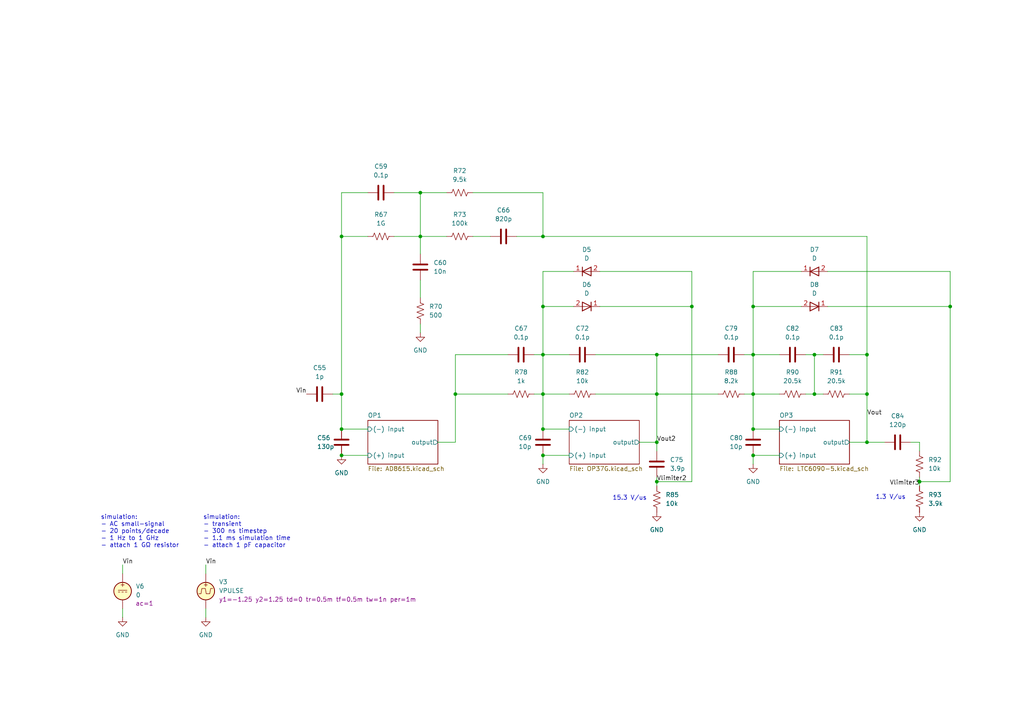
<source format=kicad_sch>
(kicad_sch (version 20250114) (generator "eeschema") (generator_version "9.0")
  (paper "A4")
  (lib_symbols
    (symbol "Device:C" (pin_numbers (hide yes)) (pin_names (offset 0.254))
      (property "Reference" "C" (at 0.635 2.54 0))
      (property "Value" "C" (at 0.635 -2.54 0))
      (symbol "C_0_1"
        (polyline (pts (xy -2.032 0.762) (xy 2.032 0.762)) (stroke (width 0.508)))
        (polyline (pts (xy -2.032 -0.762) (xy 2.032 -0.762)) (stroke (width 0.508)))
      )
      (symbol "C_1_1"
        (pin passive line (at 0 3.81 270) (length 2.794) (name "~") (number "1"))
        (pin passive line (at 0 -3.81 90) (length 2.794) (name "~") (number "2"))
      )
    )
    (symbol "Device:R_US" (pin_numbers (hide yes)) (pin_names (offset 0))
      (property "Reference" "R" (at 2.54 0 90))
      (property "Value" "R_US" (at -2.54 0 90))
      (symbol "R_US_0_1"
        (polyline (pts (xy 0 2.286) (xy 0 2.54)))
        (polyline (pts (xy 0 2.286) (xy 1.016 1.905) (xy 0 1.524) (xy -1.016 1.143) (xy 0 0.762)))
        (polyline (pts (xy 0 0.762) (xy 1.016 0.381) (xy 0 0) (xy -1.016 -0.381) (xy 0 -0.762)))
        (polyline (pts (xy 0 -0.762) (xy 1.016 -1.143) (xy 0 -1.524) (xy -1.016 -1.905) (xy 0 -2.286)))
        (polyline (pts (xy 0 -2.286) (xy 0 -2.54)))
      )
      (symbol "R_US_1_1"
        (pin passive line (at 0 3.81 270) (length 1.27) (name "~") (number "1"))
        (pin passive line (at 0 -3.81 90) (length 1.27) (name "~") (number "2"))
      )
    )
    (symbol "Simulation_SPICE:D" (pin_names (offset 1.016) (hide yes))
      (property "Reference" "D" (at 0 2.54 0))
      (property "Value" "D" (at 0 -2.54 0))
      (symbol "D_0_1"
        (polyline (pts (xy -1.27 1.27) (xy -1.27 -1.27)) (stroke (width 0.254)))
        (polyline (pts (xy 1.27 1.27) (xy 1.27 -1.27) (xy -1.27 0) (xy 1.27 1.27)) (stroke (width 0.254)))
        (polyline (pts (xy 1.27 0) (xy -1.27 0)))
      )
      (symbol "D_1_1"
        (pin passive line (at -3.81 0 0) (length 2.54) (name "K") (number "1"))
        (pin passive line (at 3.81 0 180) (length 2.54) (name "A") (number "2"))
      )
    )
    (symbol "Simulation_SPICE:VDC" (pin_numbers (hide yes)) (pin_names (offset 0.0254))
      (property "Reference" "V" (at 2.54 2.54 0))
      (property "Value" "1" (at 2.54 0 0))
      (symbol "VDC_0_0"
        (polyline (pts (xy -1.27 0.254) (xy 1.27 0.254)))
        (polyline (pts (xy -0.762 -0.254) (xy -1.27 -0.254)))
        (polyline (pts (xy 0.254 -0.254) (xy -0.254 -0.254)))
        (polyline (pts (xy 1.27 -0.254) (xy 0.762 -0.254)))
        (text "+" (at 0 1.905 0) (effects (font (size 1.27 1.27))))
      )
      (symbol "VDC_0_1"
        (circle (center 0 0) (radius 2.54) (stroke (width 0.254)) (fill (type background)))
      )
      (symbol "VDC_1_1"
        (pin passive line (at 0 5.08 270) (length 2.54) (name "~") (number "1"))
        (pin passive line (at 0 -5.08 90) (length 2.54) (name "~") (number "2"))
      )
    )
    (symbol "Simulation_SPICE:VPULSE" (pin_numbers (hide yes)) (pin_names (offset 0.0254))
      (property "Reference" "V" (at 2.54 2.54 0))
      (property "Value" "VPULSE" (at 2.54 0 0))
      (property "Sim.Params" "y1=0 y2=1 td=2n tr=2n tf=2n tw=50n per=100n" (at 2.54 -2.54 0))
      (symbol "VPULSE_0_0"
        (polyline (pts (xy -2.032 -0.762) (xy -1.397 -0.762) (xy -1.143 0.762) (xy -0.127 0.762) (xy 0.127 -0.762) (xy 1.143 -0.762) (xy 1.397 0.762) (xy 2.032 0.762)))
        (text "+" (at 0 1.905 0) (effects (font (size 1.27 1.27))))
      )
      (symbol "VPULSE_0_1"
        (circle (center 0 0) (radius 2.54) (stroke (width 0.254)) (fill (type background)))
      )
      (symbol "VPULSE_1_1"
        (pin passive line (at 0 5.08 270) (length 2.54) (name "~") (number "1"))
        (pin passive line (at 0 -5.08 90) (length 2.54) (name "~") (number "2"))
      )
    )
    (symbol "power:GND" (power) (pin_numbers (hide yes)) (pin_names (offset 0) (hide yes))
      (property "Value" "GND" (at 0 -3.81 0))
      (symbol "GND_0_1"
        (polyline (pts (xy 0 0) (xy 0 -1.27) (xy 1.27 -1.27) (xy 0 -2.54) (xy -1.27 -1.27) (xy 0 -1.27)))
      )
      (symbol "GND_1_1"
        (pin power_in line (at 0 0 270) (length 0) (name "~") (number "1"))
      )
    )
  )
  (text "15.3 V/us" (at 182.626 144.526 0) (effects (font (size 1.27 1.27))))
  (text "1.3 V/us" (at 258.318 144.272 0) (effects (font (size 1.27 1.27))))
  (text "simulation:\n- AC small-signal\n- 20 points/decade\n- 1 Hz to 1 GHz\n- attach 1 GΩ resistor" (at 29.21 154.178 0) (effects (font (size 1.27 1.27)) (justify left)))
  (text "simulation:\n- transient\n- 300 ns timestep\n- 1.1 ms simulation time\n- attach 1 pF capacitor" (at 58.928 154.178 0) (effects (font (size 1.27 1.27)) (justify left)))
  (junction (at 99.06 124.46))
  (junction (at 132.08 114.3))
  (junction (at 190.5 114.3))
  (junction (at 99.06 68.58))
  (junction (at 251.46 114.3))
  (junction (at 121.92 55.88))
  (junction (at 190.5 128.27))
  (junction (at 121.92 68.58))
  (junction (at 157.48 68.58))
  (junction (at 99.06 114.3))
  (junction (at 236.22 114.3))
  (junction (at 157.48 88.9))
  (junction (at 157.48 132.08))
  (junction (at 266.7 139.7))
  (junction (at 200.66 88.9))
  (junction (at 190.5 102.87))
  (junction (at 99.06 132.08))
  (junction (at 218.44 102.87))
  (junction (at 157.48 114.3))
  (junction (at 218.44 132.08))
  (junction (at 251.46 102.87))
  (junction (at 218.44 124.46))
  (junction (at 218.44 114.3))
  (junction (at 190.5 139.7))
  (junction (at 218.44 88.9))
  (junction (at 157.48 102.87))
  (junction (at 236.22 102.87))
  (junction (at 275.59 88.9))
  (junction (at 251.46 128.27))
  (junction (at 157.48 124.46))
  (wire (pts (xy 121.92 93.98) (xy 121.92 96.52)))
  (wire (pts (xy 35.56 163.83) (xy 35.56 166.37)))
  (wire (pts (xy 99.06 114.3) (xy 99.06 124.46)))
  (wire (pts (xy 246.38 102.87) (xy 251.46 102.87)))
  (wire (pts (xy 190.5 114.3) (xy 208.28 114.3)))
  (wire (pts (xy 121.92 55.88) (xy 129.54 55.88)))
  (wire (pts (xy 275.59 78.74) (xy 240.03 78.74)))
  (wire (pts (xy 218.44 124.46) (xy 226.06 124.46)))
  (wire (pts (xy 157.48 132.08) (xy 157.48 134.62)))
  (wire (pts (xy 218.44 88.9) (xy 218.44 102.87)))
  (wire (pts (xy 236.22 102.87) (xy 236.22 114.3)))
  (wire (pts (xy 218.44 102.87) (xy 226.06 102.87)))
  (wire (pts (xy 99.06 68.58) (xy 106.68 68.58)))
  (wire (pts (xy 114.3 68.58) (xy 121.92 68.58)))
  (wire (pts (xy 121.92 81.28) (xy 121.92 86.36)))
  (wire (pts (xy 218.44 132.08) (xy 226.06 132.08)))
  (wire (pts (xy 157.48 124.46) (xy 165.1 124.46)))
  (wire (pts (xy 218.44 88.9) (xy 232.41 88.9)))
  (wire (pts (xy 190.5 130.81) (xy 190.5 128.27)))
  (wire (pts (xy 121.92 68.58) (xy 129.54 68.58)))
  (wire (pts (xy 157.48 102.87) (xy 157.48 88.9)))
  (wire (pts (xy 190.5 139.7) (xy 200.66 139.7)))
  (wire (pts (xy 59.69 176.53) (xy 59.69 179.07)))
  (wire (pts (xy 157.48 78.74) (xy 166.37 78.74)))
  (wire (pts (xy 173.99 88.9) (xy 200.66 88.9)))
  (wire (pts (xy 132.08 102.87) (xy 132.08 114.3)))
  (wire (pts (xy 246.38 128.27) (xy 251.46 128.27)))
  (wire (pts (xy 154.94 102.87) (xy 157.48 102.87)))
  (wire (pts (xy 106.68 55.88) (xy 99.06 55.88)))
  (wire (pts (xy 266.7 139.7) (xy 275.59 139.7)))
  (wire (pts (xy 157.48 102.87) (xy 157.48 114.3)))
  (wire (pts (xy 266.7 138.43) (xy 266.7 139.7)))
  (wire (pts (xy 218.44 78.74) (xy 218.44 88.9)))
  (wire (pts (xy 200.66 88.9) (xy 200.66 78.74)))
  (wire (pts (xy 99.06 55.88) (xy 99.06 68.58)))
  (wire (pts (xy 264.16 128.27) (xy 266.7 128.27)))
  (wire (pts (xy 114.3 55.88) (xy 121.92 55.88)))
  (wire (pts (xy 157.48 55.88) (xy 157.48 68.58)))
  (wire (pts (xy 127 128.27) (xy 132.08 128.27)))
  (wire (pts (xy 157.48 132.08) (xy 165.1 132.08)))
  (wire (pts (xy 246.38 114.3) (xy 251.46 114.3)))
  (wire (pts (xy 218.44 102.87) (xy 218.44 114.3)))
  (wire (pts (xy 173.99 78.74) (xy 200.66 78.74)))
  (wire (pts (xy 99.06 132.08) (xy 106.68 132.08)))
  (wire (pts (xy 218.44 114.3) (xy 226.06 114.3)))
  (wire (pts (xy 154.94 114.3) (xy 157.48 114.3)))
  (wire (pts (xy 149.86 68.58) (xy 157.48 68.58)))
  (wire (pts (xy 236.22 114.3) (xy 238.76 114.3)))
  (wire (pts (xy 275.59 88.9) (xy 275.59 78.74)))
  (wire (pts (xy 157.48 102.87) (xy 165.1 102.87)))
  (wire (pts (xy 190.5 114.3) (xy 190.5 128.27)))
  (wire (pts (xy 251.46 68.58) (xy 251.46 102.87)))
  (wire (pts (xy 218.44 132.08) (xy 218.44 134.62)))
  (wire (pts (xy 190.5 138.43) (xy 190.5 139.7)))
  (wire (pts (xy 251.46 128.27) (xy 256.54 128.27)))
  (wire (pts (xy 236.22 102.87) (xy 238.76 102.87)))
  (wire (pts (xy 251.46 102.87) (xy 251.46 114.3)))
  (wire (pts (xy 190.5 102.87) (xy 190.5 114.3)))
  (wire (pts (xy 132.08 114.3) (xy 132.08 128.27)))
  (wire (pts (xy 121.92 55.88) (xy 121.92 68.58)))
  (wire (pts (xy 275.59 88.9) (xy 275.59 139.7)))
  (wire (pts (xy 157.48 114.3) (xy 165.1 114.3)))
  (wire (pts (xy 233.68 102.87) (xy 236.22 102.87)))
  (wire (pts (xy 99.06 114.3) (xy 99.06 68.58)))
  (wire (pts (xy 157.48 124.46) (xy 157.48 114.3)))
  (wire (pts (xy 240.03 88.9) (xy 275.59 88.9)))
  (wire (pts (xy 99.06 124.46) (xy 106.68 124.46)))
  (wire (pts (xy 185.42 128.27) (xy 190.5 128.27)))
  (wire (pts (xy 137.16 55.88) (xy 157.48 55.88)))
  (wire (pts (xy 215.9 102.87) (xy 218.44 102.87)))
  (wire (pts (xy 215.9 114.3) (xy 218.44 114.3)))
  (wire (pts (xy 233.68 114.3) (xy 236.22 114.3)))
  (wire (pts (xy 172.72 114.3) (xy 190.5 114.3)))
  (wire (pts (xy 190.5 102.87) (xy 208.28 102.87)))
  (wire (pts (xy 147.32 114.3) (xy 132.08 114.3)))
  (wire (pts (xy 266.7 130.81) (xy 266.7 128.27)))
  (wire (pts (xy 157.48 88.9) (xy 166.37 88.9)))
  (wire (pts (xy 137.16 68.58) (xy 142.24 68.58)))
  (wire (pts (xy 172.72 102.87) (xy 190.5 102.87)))
  (wire (pts (xy 59.69 163.83) (xy 59.69 166.37)))
  (wire (pts (xy 190.5 139.7) (xy 190.5 140.97)))
  (wire (pts (xy 35.56 176.53) (xy 35.56 179.07)))
  (wire (pts (xy 96.52 114.3) (xy 99.06 114.3)))
  (wire (pts (xy 251.46 114.3) (xy 251.46 128.27)))
  (wire (pts (xy 200.66 88.9) (xy 200.66 139.7)))
  (wire (pts (xy 232.41 78.74) (xy 218.44 78.74)))
  (wire (pts (xy 147.32 102.87) (xy 132.08 102.87)))
  (wire (pts (xy 157.48 68.58) (xy 251.46 68.58)))
  (wire (pts (xy 121.92 68.58) (xy 121.92 73.66)))
  (wire (pts (xy 218.44 124.46) (xy 218.44 114.3)))
  (wire (pts (xy 157.48 88.9) (xy 157.48 78.74)))
  (wire (pts (xy 266.7 139.7) (xy 266.7 140.97)))
  (label "Vin" (at 59.69 163.83 0))
  (label "Vout2" (at 190.5 128.27 0))
  (label "Vin" (at 88.9 114.3 180))
  (label "Vlimiter2" (at 190.5 139.7 0))
  (label "Vout" (at 251.46 120.65 0))
  (label "Vin" (at 35.56 163.83 0))
  (label "Vlimiter3" (at 266.7 140.97 180))
  (symbol (lib_id "Device:C") (at 99.06 128.27 0) (unit 1)
    (property "Reference" "C56" (at 91.948 127 0) (effects (justify left)))
    (property "Value" "130p" (at 91.948 129.54 0) (effects (justify left)))
    (property "Description" "Unpolarized capacitor" (effects (hide yes)))
  )
  (symbol (lib_id "Simulation_SPICE:D") (at 170.18 78.74 0) (unit 1)
    (property "Reference" "D5" (at 170.18 72.39 0))
    (property "Value" "D" (at 170.18 74.93 0))
    (property "Datasheet" "https://ngspice.sourceforge.io/docs/ngspice-html-manual/manual.xhtml#cha_DIODEs" (effects (hide yes)))
    (property "Description" "Diode for simulation or PCB" (effects (hide yes)))
    (property "Sim.Device" "D" (effects (hide yes)))
    (property "Sim.Pins" "1=K 2=A" (effects (hide yes)))
    (property "Sim.Params" "rs=50m cjo=10p" (effects (hide yes)))
  )
  (symbol (lib_id "power:GND") (at 35.56 179.07 0) (unit 1) (exclude_from_sim yes)
    (property "Reference" "#PWR054" (effects (hide yes)))
    (property "Value" "GND" (at 35.56 184.15 0))
    (property "Description" "Power symbol creates a global label with name \"GND\" , ground" (effects (hide yes)))
  )
  (symbol (lib_id "power:GND") (at 121.92 96.52 0) (unit 1)
    (property "Reference" "#PWR021" (effects (hide yes)))
    (property "Value" "GND" (at 121.92 101.6 0))
    (property "Description" "Power symbol creates a global label with name \"GND\" , ground" (effects (hide yes)))
  )
  (symbol (lib_id "Simulation_SPICE:D") (at 236.22 78.74 0) (unit 1)
    (property "Reference" "D7" (at 236.22 72.39 0))
    (property "Value" "D" (at 236.22 74.93 0))
    (property "Datasheet" "https://ngspice.sourceforge.io/docs/ngspice-html-manual/manual.xhtml#cha_DIODEs" (effects (hide yes)))
    (property "Description" "Diode for simulation or PCB" (effects (hide yes)))
    (property "Sim.Device" "D" (effects (hide yes)))
    (property "Sim.Pins" "1=K 2=A" (effects (hide yes)))
    (property "Sim.Params" "rs=50m cjo=10p" (effects (hide yes)))
  )
  (symbol (lib_id "Device:C") (at 218.44 128.27 0) (unit 1)
    (property "Reference" "C80" (at 211.582 127 0) (effects (justify left)))
    (property "Value" "10p" (at 211.582 129.54 0) (effects (justify left)))
    (property "Description" "Unpolarized capacitor" (effects (hide yes)))
  )
  (symbol (lib_id "Device:C") (at 110.49 55.88 90) (unit 1)
    (property "Reference" "C59" (at 110.49 48.26 90))
    (property "Value" "0.1p" (at 110.49 50.8 90))
    (property "Description" "Unpolarized capacitor" (effects (hide yes)))
  )
  (symbol (lib_id "Simulation_SPICE:VPULSE") (at 59.69 171.45 0) (unit 1)
    (property "Reference" "V3" (at 63.5 168.7801 0) (effects (justify left)))
    (property "Value" "VPULSE" (at 63.5 171.3201 0) (effects (justify left)))
    (property "Datasheet" "https://ngspice.sourceforge.io/docs/ngspice-html-manual/manual.xhtml#sec_Independent_Sources_for" (effects (hide yes)))
    (property "Description" "Voltage source, pulse" (effects (hide yes)))
    (property "Sim.Pins" "1=+ 2=-" (effects (hide yes)))
    (property "Sim.Type" "PULSE" (effects (hide yes)))
    (property "Sim.Device" "V" (effects (hide yes)))
    (property "Sim.Params" "y1=-1.25 y2=1.25 td=0 tr=0.5m tf=0.5m tw=1n per=1m" (at 63.5 173.8601 0) (effects (justify left)))
  )
  (symbol (lib_id "Device:R_US") (at 121.92 90.17 0) (unit 1)
    (property "Reference" "R70" (at 124.46 88.8999 0) (effects (justify left)))
    (property "Value" "500" (at 124.46 91.44 0) (effects (justify left)))
    (property "Description" "Resistor, US symbol" (effects (hide yes)))
  )
  (symbol (lib_id "Device:R_US") (at 212.09 114.3 90) (unit 1)
    (property "Reference" "R88" (at 212.09 107.95 90))
    (property "Value" "8.2k" (at 212.09 110.49 90))
    (property "Description" "Resistor, US symbol" (effects (hide yes)))
  )
  (symbol (lib_id "Device:C") (at 260.35 128.27 270) (unit 1)
    (property "Reference" "C84" (at 260.35 120.65 90))
    (property "Value" "120p" (at 260.35 123.19 90))
    (property "Description" "Unpolarized capacitor" (effects (hide yes)))
  )
  (symbol (lib_id "Device:C") (at 92.71 114.3 90) (unit 1)
    (property "Reference" "C55" (at 92.71 106.68 90))
    (property "Value" "1p" (at 92.71 109.22 90))
    (property "Description" "Unpolarized capacitor" (effects (hide yes)))
  )
  (symbol (lib_id "Device:C") (at 146.05 68.58 90) (unit 1) (exclude_from_sim yes)
    (property "Reference" "C66" (at 146.05 60.96 90))
    (property "Value" "820p" (at 146.05 63.5 90))
    (property "Description" "Unpolarized capacitor" (effects (hide yes)))
  )
  (symbol (lib_id "Device:C") (at 212.09 102.87 90) (unit 1)
    (property "Reference" "C79" (at 212.09 95.25 90))
    (property "Value" "0.1p" (at 212.09 97.79 90))
    (property "Description" "Unpolarized capacitor" (effects (hide yes)))
  )
  (symbol (lib_id "Device:R_US") (at 190.5 144.78 0) (unit 1)
    (property "Reference" "R85" (at 193.04 143.5099 0) (effects (justify left)))
    (property "Value" "10k" (at 193.04 146.0499 0) (effects (justify left)))
    (property "Description" "Resistor, US symbol" (effects (hide yes)))
  )
  (symbol (lib_id "power:GND") (at 218.44 134.62 0) (mirror y) (unit 1)
    (property "Reference" "#PWR052" (effects (hide yes)))
    (property "Value" "GND" (at 218.44 139.7 0))
    (property "Description" "Power symbol creates a global label with name \"GND\" , ground" (effects (hide yes)))
  )
  (symbol (lib_id "Device:C") (at 121.92 77.47 0) (unit 1)
    (property "Reference" "C60" (at 125.73 76.1999 0) (effects (justify left)))
    (property "Value" "10n" (at 125.73 78.7399 0) (effects (justify left)))
    (property "Description" "Unpolarized capacitor" (effects (hide yes)))
  )
  (symbol (lib_id "Device:C") (at 229.87 102.87 90) (unit 1)
    (property "Reference" "C82" (at 229.87 95.25 90))
    (property "Value" "0.1p" (at 229.87 97.79 90))
    (property "Description" "Unpolarized capacitor" (effects (hide yes)))
  )
  (symbol (lib_id "Device:C") (at 168.91 102.87 90) (unit 1)
    (property "Reference" "C72" (at 168.91 95.25 90))
    (property "Value" "0.1p" (at 168.91 97.79 90))
    (property "Description" "Unpolarized capacitor" (effects (hide yes)))
  )
  (symbol (lib_id "Device:R_US") (at 151.13 114.3 90) (unit 1)
    (property "Reference" "R78" (at 151.13 107.95 90))
    (property "Value" "1k" (at 151.13 110.49 90))
    (property "Description" "Resistor, US symbol" (effects (hide yes)))
  )
  (symbol (lib_id "Simulation_SPICE:VDC") (at 35.56 171.45 0) (unit 1) (exclude_from_sim yes)
    (property "Reference" "V6" (at 39.37 170.0501 0) (effects (justify left)))
    (property "Value" "0" (at 39.37 172.5901 0) (effects (justify left)))
    (property "Datasheet" "https://ngspice.sourceforge.io/docs/ngspice-html-manual/manual.xhtml#sec_Independent_Sources_for" (effects (hide yes)))
    (property "Description" "Voltage source, DC" (effects (hide yes)))
    (property "Sim.Pins" "1=+ 2=-" (effects (hide yes)))
    (property "Sim.Type" "DC" (effects (hide yes)))
    (property "Sim.Device" "V" (effects (hide yes)))
    (property "Sim.Params" "ac=1" (at 41.91 175.006 0))
  )
  (symbol (lib_id "Device:C") (at 157.48 128.27 0) (unit 1)
    (property "Reference" "C69" (at 150.368 127 0) (effects (justify left)))
    (property "Value" "10p" (at 150.368 129.54 0) (effects (justify left)))
    (property "Description" "Unpolarized capacitor" (effects (hide yes)))
  )
  (symbol (lib_id "Device:R_US") (at 110.49 68.58 90) (unit 1)
    (property "Reference" "R67" (at 110.49 62.23 90))
    (property "Value" "1G" (at 110.49 64.77 90))
    (property "Description" "Resistor, US symbol" (effects (hide yes)))
  )
  (symbol (lib_id "power:GND") (at 266.7 148.59 0) (unit 1)
    (property "Reference" "#PWR053" (effects (hide yes)))
    (property "Value" "GND" (at 266.7 153.67 0))
    (property "Description" "Power symbol creates a global label with name \"GND\" , ground" (effects (hide yes)))
  )
  (symbol (lib_id "Simulation_SPICE:D") (at 170.18 88.9 180) (unit 1)
    (property "Reference" "D6" (at 170.18 82.55 0))
    (property "Value" "D" (at 170.18 85.09 0))
    (property "Datasheet" "https://ngspice.sourceforge.io/docs/ngspice-html-manual/manual.xhtml#cha_DIODEs" (effects (hide yes)))
    (property "Description" "Diode for simulation or PCB" (effects (hide yes)))
    (property "Sim.Device" "D" (effects (hide yes)))
    (property "Sim.Pins" "1=K 2=A" (effects (hide yes)))
    (property "Sim.Params" "rs=50m cjo=10p" (effects (hide yes)))
  )
  (symbol (lib_id "Device:C") (at 151.13 102.87 90) (unit 1)
    (property "Reference" "C67" (at 151.13 95.25 90))
    (property "Value" "0.1p" (at 151.13 97.79 90))
    (property "Description" "Unpolarized capacitor" (effects (hide yes)))
  )
  (symbol (lib_id "Device:R_US") (at 133.35 55.88 90) (unit 1)
    (property "Reference" "R72" (at 133.35 49.53 90))
    (property "Value" "9.5k" (at 133.35 52.07 90))
    (property "Description" "Resistor, US symbol" (effects (hide yes)))
  )
  (symbol (lib_id "Device:R_US") (at 266.7 134.62 0) (unit 1)
    (property "Reference" "R92" (at 269.24 133.3499 0) (effects (justify left)))
    (property "Value" "10k" (at 269.24 135.8899 0) (effects (justify left)))
    (property "Description" "Resistor, US symbol" (effects (hide yes)))
  )
  (symbol (lib_id "Device:C") (at 190.5 134.62 0) (unit 1)
    (property "Reference" "C75" (at 194.31 133.3499 0) (effects (justify left)))
    (property "Value" "3.9p" (at 194.31 135.8899 0) (effects (justify left)))
    (property "Description" "Unpolarized capacitor" (effects (hide yes)))
  )
  (symbol (lib_id "power:GND") (at 157.48 134.62 0) (mirror y) (unit 1)
    (property "Reference" "#PWR023" (effects (hide yes)))
    (property "Value" "GND" (at 157.48 139.7 0))
    (property "Description" "Power symbol creates a global label with name \"GND\" , ground" (effects (hide yes)))
  )
  (symbol (lib_id "Device:R_US") (at 168.91 114.3 90) (unit 1)
    (property "Reference" "R82" (at 168.91 107.95 90))
    (property "Value" "10k" (at 168.91 110.49 90))
    (property "Description" "Resistor, US symbol" (effects (hide yes)))
  )
  (symbol (lib_id "Device:C") (at 242.57 102.87 90) (unit 1)
    (property "Reference" "C83" (at 242.57 95.25 90))
    (property "Value" "0.1p" (at 242.57 97.79 90))
    (property "Description" "Unpolarized capacitor" (effects (hide yes)))
  )
  (symbol (lib_id "Device:R_US") (at 229.87 114.3 90) (unit 1)
    (property "Reference" "R90" (at 229.87 107.95 90))
    (property "Value" "20.5k" (at 229.87 110.49 90))
    (property "Description" "Resistor, US symbol" (effects (hide yes)))
  )
  (symbol (lib_id "power:GND") (at 59.69 179.07 0) (unit 1)
    (property "Reference" "#PWR055" (effects (hide yes)))
    (property "Value" "GND" (at 59.69 184.15 0))
    (property "Description" "Power symbol creates a global label with name \"GND\" , ground" (effects (hide yes)))
  )
  (symbol (lib_id "Device:R_US") (at 133.35 68.58 90) (unit 1) (exclude_from_sim yes)
    (property "Reference" "R73" (at 133.35 62.23 90))
    (property "Value" "100k" (at 133.35 64.77 90))
    (property "Description" "Resistor, US symbol" (effects (hide yes)))
  )
  (symbol (lib_id "power:GND") (at 99.06 132.08 0) (unit 1)
    (property "Reference" "#PWR09" (effects (hide yes)))
    (property "Value" "GND" (at 99.06 137.16 0))
    (property "Description" "Power symbol creates a global label with name \"GND\" , ground" (effects (hide yes)))
  )
  (symbol (lib_id "Device:R_US") (at 242.57 114.3 90) (unit 1)
    (property "Reference" "R91" (at 242.57 107.95 90))
    (property "Value" "20.5k" (at 242.57 110.49 90))
    (property "Description" "Resistor, US symbol" (effects (hide yes)))
  )
  (symbol (lib_id "Device:R_US") (at 266.7 144.78 0) (unit 1)
    (property "Reference" "R93" (at 269.24 143.5099 0) (effects (justify left)))
    (property "Value" "3.9k" (at 269.24 146.0499 0) (effects (justify left)))
    (property "Description" "Resistor, US symbol" (effects (hide yes)))
  )
  (symbol (lib_id "Simulation_SPICE:D") (at 236.22 88.9 180) (unit 1)
    (property "Reference" "D8" (at 236.22 82.55 0))
    (property "Value" "D" (at 236.22 85.09 0))
    (property "Datasheet" "https://ngspice.sourceforge.io/docs/ngspice-html-manual/manual.xhtml#cha_DIODEs" (effects (hide yes)))
    (property "Description" "Diode for simulation or PCB" (effects (hide yes)))
    (property "Sim.Device" "D" (effects (hide yes)))
    (property "Sim.Pins" "1=K 2=A" (effects (hide yes)))
    (property "Sim.Params" "rs=50m cjo=10p" (effects (hide yes)))
  )
  (symbol (lib_id "power:GND") (at 190.5 148.59 0) (unit 1)
    (property "Reference" "#PWR024" (effects (hide yes)))
    (property "Value" "GND" (at 190.5 153.67 0))
    (property "Description" "Power symbol creates a global label with name \"GND\" , ground" (effects (hide yes)))
  )
  (sheet (at 106.68 121.92) (size 20.32 12.7) (stroke (width 0.1524))
    (property "Sheetname" "OP1" (at 106.68 121.2084 0) (effects (justify left bottom)))
    (property "Sheetfile" "AD8615.kicad_sch" (at 106.68 135.2046 0) (effects (justify left top)))
    (pin "(+) input" input (at 106.68 132.08 180))
    (pin "(-) input" input (at 106.68 124.46 180))
    (pin "output" output (at 127 128.27 0))
  )
  (sheet (at 226.06 121.92) (size 20.32 12.7) (stroke (width 0.1524))
    (property "Sheetname" "OP3" (at 226.06 121.2084 0) (effects (justify left bottom)))
    (property "Sheetfile" "LTC6090-5.kicad_sch" (at 226.06 135.2046 0) (effects (justify left top)))
    (pin "(+) input" input (at 226.06 132.08 180))
    (pin "(-) input" input (at 226.06 124.46 180))
    (pin "output" output (at 246.38 128.27 0))
  )
  (sheet (at 165.1 121.92) (size 20.32 12.7) (stroke (width 0.1524))
    (property "Sheetname" "OP2" (at 165.1 121.2084 0) (effects (justify left bottom)))
    (property "Sheetfile" "OP37G.kicad_sch" (at 165.1 135.2046 0) (effects (justify left top)))
    (pin "(+) input" input (at 165.1 132.08 180))
    (pin "(-) input" input (at 165.1 124.46 180))
    (pin "output" output (at 185.42 128.27 0))
  )
)
</source>
